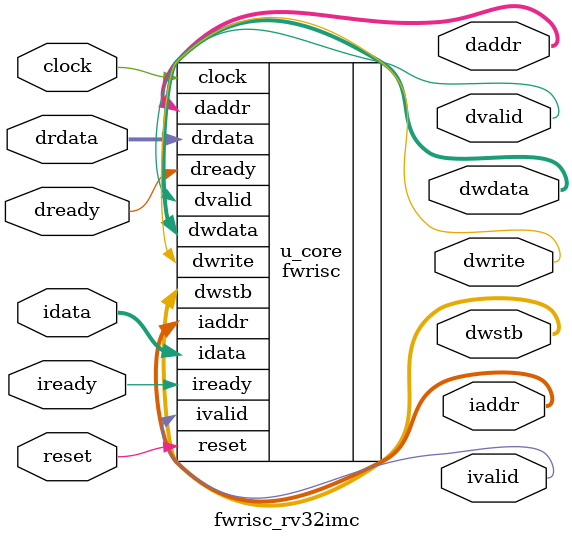
<source format=sv>

module fwrisc_rv32imc(
		input			clock,
		input			reset,
		
		output[31:0]	iaddr,
		input[31:0]		idata,
		output			ivalid,
		input			iready,
		
		output			dvalid,
		output[31:0]	daddr,
		output[31:0]	dwdata,
		output[3:0]		dwstb,
		output			dwrite,
		input[31:0]		drdata,
		input			dready
		);

	fwrisc #(
			.ENABLE_COMPRESSED  (1), 
			.ENABLE_MUL_DIV     (1), 
			.ENABLE_DEP         (0), 
			.ENABLE_COUNTERS    (1)
		) u_core (
			.clock              (clock             ), 
			.reset              (reset             ), 
			.iaddr              (iaddr             ), 
			.idata              (idata             ), 
			.ivalid             (ivalid            ), 
			.iready             (iready            ), 
			.dvalid             (dvalid            ), 
			.daddr              (daddr             ), 
			.dwdata             (dwdata            ), 
			.dwstb              (dwstb             ), 
			.dwrite             (dwrite            ), 
			.drdata             (drdata            ), 
			.dready             (dready            ));

endmodule

</source>
